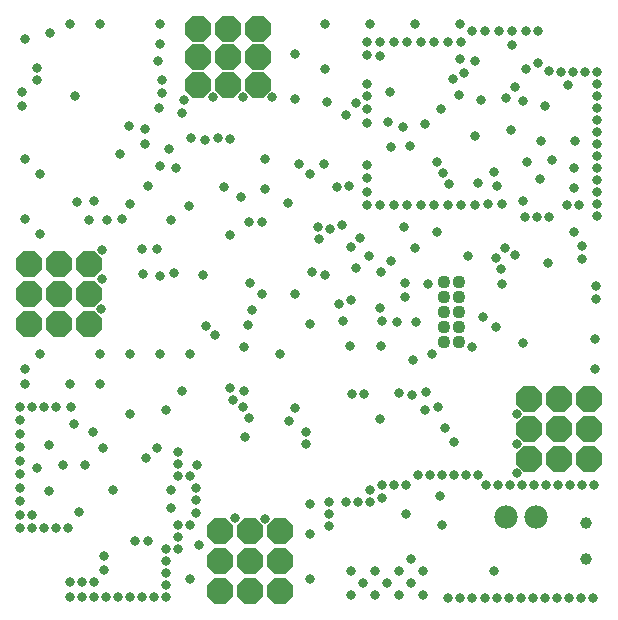
<source format=gbs>
G75*
%MOIN*%
%OFA0B0*%
%FSLAX25Y25*%
%IPPOS*%
%LPD*%
%AMOC8*
5,1,8,0,0,1.08239X$1,22.5*
%
%ADD10C,0.04362*%
%ADD11C,0.07800*%
%ADD12C,0.03943*%
%ADD13OC8,0.08900*%
%ADD14C,0.03200*%
D10*
X0322528Y0258067D03*
X0322528Y0263067D03*
X0322528Y0268067D03*
X0322528Y0273067D03*
X0322528Y0278067D03*
X0327528Y0278067D03*
X0327528Y0273067D03*
X0327528Y0268067D03*
X0327528Y0263067D03*
X0327528Y0258067D03*
D11*
X0343378Y0199717D03*
X0353378Y0199717D03*
D12*
X0369978Y0197822D03*
X0369978Y0186011D03*
D13*
X0371128Y0219217D03*
X0361128Y0219217D03*
X0351028Y0219317D03*
X0351128Y0229217D03*
X0361128Y0229217D03*
X0371128Y0229217D03*
X0371128Y0239217D03*
X0361128Y0239217D03*
X0351128Y0239217D03*
X0268078Y0195267D03*
X0258078Y0195267D03*
X0248078Y0195267D03*
X0248078Y0185267D03*
X0258078Y0185267D03*
X0268078Y0185267D03*
X0268078Y0175267D03*
X0258078Y0175267D03*
X0248078Y0175267D03*
X0204378Y0264167D03*
X0194378Y0264167D03*
X0184378Y0264167D03*
X0184378Y0274167D03*
X0194378Y0274167D03*
X0204378Y0274167D03*
X0204378Y0284167D03*
X0194378Y0284167D03*
X0184378Y0284167D03*
X0240628Y0343967D03*
X0250628Y0343967D03*
X0250628Y0353217D03*
X0240628Y0353217D03*
X0240628Y0362467D03*
X0250628Y0362467D03*
X0260628Y0362467D03*
X0260628Y0353217D03*
X0260628Y0343967D03*
D14*
X0197878Y0173217D03*
X0201878Y0173217D03*
X0205878Y0173217D03*
X0209878Y0173217D03*
X0213878Y0173217D03*
X0217878Y0173217D03*
X0221878Y0173217D03*
X0225878Y0173217D03*
X0229878Y0173217D03*
X0229878Y0177217D03*
X0229878Y0181217D03*
X0229878Y0185217D03*
X0229878Y0189217D03*
X0233878Y0189217D03*
X0233878Y0193217D03*
X0233878Y0197217D03*
X0237878Y0197217D03*
X0239878Y0201217D03*
X0239878Y0205467D03*
X0239878Y0209467D03*
X0237878Y0213467D03*
X0233878Y0213467D03*
X0233878Y0217467D03*
X0233878Y0221467D03*
X0226878Y0222717D03*
X0223378Y0219467D03*
X0231628Y0208967D03*
X0231628Y0202717D03*
X0224128Y0191717D03*
X0219628Y0191717D03*
X0209378Y0186717D03*
X0209378Y0182217D03*
X0205878Y0178217D03*
X0201878Y0178217D03*
X0197878Y0178217D03*
X0197328Y0196067D03*
X0193328Y0196067D03*
X0189328Y0196067D03*
X0185328Y0196067D03*
X0181328Y0196067D03*
X0181328Y0200567D03*
X0185328Y0200567D03*
X0181328Y0205067D03*
X0181328Y0209567D03*
X0181328Y0214067D03*
X0181328Y0218567D03*
X0181328Y0223067D03*
X0181328Y0227567D03*
X0181328Y0232067D03*
X0181328Y0236567D03*
X0185328Y0236567D03*
X0189328Y0236567D03*
X0193328Y0236567D03*
X0198328Y0236567D03*
X0199328Y0230817D03*
X0205628Y0228067D03*
X0208878Y0222717D03*
X0203128Y0217317D03*
X0195678Y0217217D03*
X0190828Y0223767D03*
X0187028Y0216117D03*
X0190878Y0208667D03*
X0200978Y0201667D03*
X0212378Y0208967D03*
X0240178Y0217117D03*
X0256478Y0226617D03*
X0257628Y0232817D03*
X0255778Y0236517D03*
X0252478Y0238817D03*
X0251478Y0242967D03*
X0255878Y0241967D03*
X0272878Y0236217D03*
X0271128Y0231867D03*
X0276728Y0228167D03*
X0276728Y0224167D03*
X0301328Y0232667D03*
X0316478Y0235567D03*
X0320778Y0236367D03*
X0316678Y0241517D03*
X0311978Y0240617D03*
X0307578Y0241217D03*
X0296128Y0240967D03*
X0292128Y0240967D03*
X0291378Y0256717D03*
X0289028Y0265317D03*
X0277828Y0264067D03*
X0272828Y0274067D03*
X0262128Y0274317D03*
X0257928Y0277767D03*
X0258528Y0268917D03*
X0257328Y0263717D03*
X0246228Y0260467D03*
X0243478Y0263567D03*
X0237828Y0254067D03*
X0227828Y0254067D03*
X0217828Y0254067D03*
X0207828Y0254067D03*
X0207828Y0244067D03*
X0197828Y0244067D03*
X0187828Y0254067D03*
X0182828Y0249067D03*
X0182828Y0244067D03*
X0217828Y0234067D03*
X0230028Y0235467D03*
X0235178Y0241917D03*
X0256028Y0256567D03*
X0267828Y0254067D03*
X0287778Y0271017D03*
X0291628Y0272317D03*
X0301378Y0269617D03*
X0301828Y0265167D03*
X0306878Y0265017D03*
X0313478Y0264917D03*
X0309678Y0273217D03*
X0309728Y0277817D03*
X0317328Y0277517D03*
X0304878Y0285267D03*
X0301578Y0281567D03*
X0297728Y0286817D03*
X0293428Y0282867D03*
X0291728Y0289717D03*
X0294778Y0292717D03*
X0288628Y0297117D03*
X0284678Y0295767D03*
X0280728Y0296617D03*
X0281128Y0292467D03*
X0278778Y0281667D03*
X0283078Y0280417D03*
X0262078Y0298067D03*
X0257528Y0298167D03*
X0251478Y0293717D03*
X0255128Y0306517D03*
X0249228Y0309967D03*
X0237528Y0303667D03*
X0231728Y0298717D03*
X0227078Y0289117D03*
X0221828Y0289167D03*
X0222278Y0280967D03*
X0227928Y0280317D03*
X0232778Y0281217D03*
X0242478Y0280667D03*
X0215178Y0299067D03*
X0210228Y0299017D03*
X0204228Y0298917D03*
X0206028Y0305217D03*
X0200378Y0304967D03*
X0187828Y0314067D03*
X0182828Y0319067D03*
X0181978Y0336817D03*
X0182028Y0341617D03*
X0186878Y0345617D03*
X0186928Y0349667D03*
X0182828Y0359067D03*
X0191328Y0361067D03*
X0197828Y0364067D03*
X0207828Y0364067D03*
X0227328Y0352017D03*
X0227978Y0357367D03*
X0227828Y0364067D03*
X0228728Y0345517D03*
X0228678Y0341267D03*
X0227528Y0336067D03*
X0235428Y0334517D03*
X0236078Y0338917D03*
X0245628Y0339967D03*
X0255628Y0339717D03*
X0265378Y0339717D03*
X0272828Y0339067D03*
X0283578Y0338267D03*
X0289978Y0333867D03*
X0293328Y0337917D03*
X0296878Y0335717D03*
X0296878Y0340217D03*
X0296878Y0344217D03*
X0304628Y0341367D03*
X0304128Y0331467D03*
X0308878Y0329967D03*
X0316378Y0330967D03*
X0321578Y0336017D03*
X0327628Y0340467D03*
X0325628Y0345967D03*
X0329378Y0347717D03*
X0328078Y0352367D03*
X0332878Y0351717D03*
X0328378Y0358217D03*
X0323878Y0358217D03*
X0319378Y0358217D03*
X0314878Y0358217D03*
X0310378Y0358217D03*
X0305878Y0358217D03*
X0301378Y0358217D03*
X0296878Y0358217D03*
X0296878Y0353717D03*
X0301378Y0353467D03*
X0297828Y0364067D03*
X0282828Y0364067D03*
X0272828Y0354067D03*
X0282828Y0349067D03*
X0296878Y0331217D03*
X0305128Y0323217D03*
X0311228Y0323617D03*
X0320378Y0318217D03*
X0322378Y0314467D03*
X0324378Y0310967D03*
X0323878Y0303717D03*
X0319378Y0303717D03*
X0314878Y0303717D03*
X0310378Y0303717D03*
X0305878Y0303717D03*
X0301378Y0303717D03*
X0296878Y0303717D03*
X0296878Y0308217D03*
X0296878Y0312717D03*
X0296878Y0317217D03*
X0291028Y0310167D03*
X0287028Y0309767D03*
X0277828Y0314067D03*
X0274228Y0317667D03*
X0282778Y0317667D03*
X0262828Y0319067D03*
X0262828Y0309067D03*
X0270778Y0304367D03*
X0251428Y0325967D03*
X0247178Y0326167D03*
X0243128Y0325567D03*
X0238228Y0326217D03*
X0231078Y0322667D03*
X0228028Y0316817D03*
X0233178Y0316117D03*
X0222828Y0324067D03*
X0222828Y0329067D03*
X0217578Y0330167D03*
X0214528Y0320817D03*
X0223928Y0310117D03*
X0217828Y0304067D03*
X0208678Y0288917D03*
X0187828Y0294067D03*
X0182828Y0299067D03*
X0208678Y0279167D03*
X0208428Y0269167D03*
X0301628Y0256867D03*
X0312178Y0252117D03*
X0318528Y0254117D03*
X0331978Y0256417D03*
X0340128Y0263217D03*
X0335728Y0266367D03*
X0341828Y0277517D03*
X0341628Y0282417D03*
X0339828Y0286067D03*
X0343078Y0289567D03*
X0346478Y0287067D03*
X0357178Y0284617D03*
X0368778Y0285767D03*
X0368778Y0290317D03*
X0365878Y0294867D03*
X0373628Y0300217D03*
X0373628Y0304217D03*
X0373628Y0308217D03*
X0373628Y0312217D03*
X0373628Y0316217D03*
X0373628Y0320217D03*
X0373628Y0324217D03*
X0373628Y0328217D03*
X0373628Y0332217D03*
X0373628Y0336217D03*
X0373628Y0340217D03*
X0373628Y0344217D03*
X0373628Y0348217D03*
X0369628Y0348217D03*
X0365628Y0348217D03*
X0361628Y0348217D03*
X0357628Y0348467D03*
X0354128Y0351217D03*
X0350128Y0349217D03*
X0346378Y0343217D03*
X0343378Y0339467D03*
X0348878Y0338467D03*
X0356378Y0336717D03*
X0363878Y0343717D03*
X0345378Y0357217D03*
X0345378Y0361717D03*
X0340878Y0361717D03*
X0336378Y0361717D03*
X0331878Y0361717D03*
X0327828Y0364067D03*
X0312828Y0364067D03*
X0334878Y0338967D03*
X0332878Y0326717D03*
X0344878Y0328967D03*
X0354828Y0325067D03*
X0358728Y0319017D03*
X0365878Y0316217D03*
X0365928Y0309367D03*
X0367778Y0303867D03*
X0363778Y0303867D03*
X0357628Y0299967D03*
X0353628Y0299967D03*
X0349628Y0299967D03*
X0348878Y0305217D03*
X0341878Y0304217D03*
X0337378Y0304217D03*
X0332878Y0303717D03*
X0328378Y0303717D03*
X0340378Y0310217D03*
X0339378Y0314967D03*
X0333878Y0311217D03*
X0350178Y0318267D03*
X0354728Y0312367D03*
X0366378Y0325217D03*
X0320328Y0294767D03*
X0313078Y0289617D03*
X0309478Y0296667D03*
X0330578Y0286717D03*
X0373178Y0276817D03*
X0373278Y0272517D03*
X0372828Y0259067D03*
X0372828Y0249067D03*
X0349128Y0257917D03*
X0347128Y0234217D03*
X0346878Y0224217D03*
X0346878Y0214467D03*
X0348678Y0210367D03*
X0344678Y0210367D03*
X0340678Y0210367D03*
X0336678Y0210367D03*
X0333928Y0214017D03*
X0329928Y0214017D03*
X0325928Y0214017D03*
X0321928Y0214017D03*
X0317928Y0214017D03*
X0313928Y0214017D03*
X0309928Y0210517D03*
X0305928Y0210517D03*
X0301928Y0210517D03*
X0301978Y0206217D03*
X0297978Y0204717D03*
X0293978Y0204717D03*
X0289978Y0204717D03*
X0284228Y0204717D03*
X0284228Y0200717D03*
X0284228Y0196717D03*
X0277828Y0194067D03*
X0277828Y0204067D03*
X0263078Y0199267D03*
X0253078Y0199517D03*
X0240828Y0190417D03*
X0237828Y0179067D03*
X0277828Y0179067D03*
X0291728Y0181717D03*
X0295728Y0177717D03*
X0291728Y0173717D03*
X0299728Y0173717D03*
X0303728Y0177717D03*
X0299728Y0181717D03*
X0307728Y0181717D03*
X0311728Y0185717D03*
X0315728Y0181717D03*
X0311728Y0177717D03*
X0307728Y0173717D03*
X0315728Y0173717D03*
X0323978Y0172717D03*
X0327978Y0172717D03*
X0331978Y0172717D03*
X0336378Y0172717D03*
X0340378Y0172717D03*
X0344378Y0172717D03*
X0348378Y0172717D03*
X0352378Y0172717D03*
X0356378Y0172717D03*
X0360378Y0172717D03*
X0364378Y0172717D03*
X0368378Y0172717D03*
X0372378Y0172717D03*
X0339378Y0181717D03*
X0321978Y0197217D03*
X0309978Y0200717D03*
X0321228Y0206917D03*
X0297978Y0208717D03*
X0325828Y0224717D03*
X0322928Y0229567D03*
X0352678Y0210367D03*
X0356678Y0210367D03*
X0360678Y0210367D03*
X0364678Y0210367D03*
X0368678Y0210367D03*
X0372678Y0210367D03*
X0199678Y0340317D03*
X0349878Y0361717D03*
X0353878Y0361717D03*
M02*

</source>
